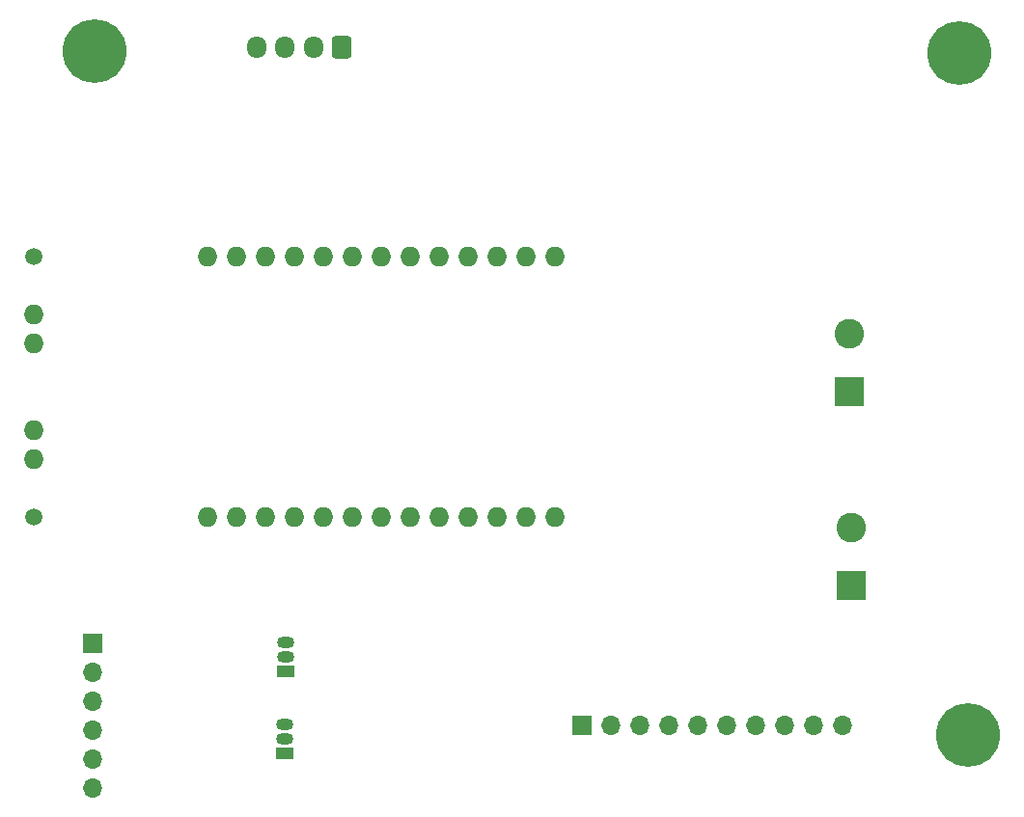
<source format=gbr>
%TF.GenerationSoftware,KiCad,Pcbnew,8.0.6*%
%TF.CreationDate,2025-02-09T15:22:34+01:00*%
%TF.ProjectId,BaseBoard,42617365-426f-4617-9264-2e6b69636164,rev?*%
%TF.SameCoordinates,Original*%
%TF.FileFunction,Soldermask,Bot*%
%TF.FilePolarity,Negative*%
%FSLAX46Y46*%
G04 Gerber Fmt 4.6, Leading zero omitted, Abs format (unit mm)*
G04 Created by KiCad (PCBNEW 8.0.6) date 2025-02-09 15:22:34*
%MOMM*%
%LPD*%
G01*
G04 APERTURE LIST*
G04 Aperture macros list*
%AMRoundRect*
0 Rectangle with rounded corners*
0 $1 Rounding radius*
0 $2 $3 $4 $5 $6 $7 $8 $9 X,Y pos of 4 corners*
0 Add a 4 corners polygon primitive as box body*
4,1,4,$2,$3,$4,$5,$6,$7,$8,$9,$2,$3,0*
0 Add four circle primitives for the rounded corners*
1,1,$1+$1,$2,$3*
1,1,$1+$1,$4,$5*
1,1,$1+$1,$6,$7*
1,1,$1+$1,$8,$9*
0 Add four rect primitives between the rounded corners*
20,1,$1+$1,$2,$3,$4,$5,0*
20,1,$1+$1,$4,$5,$6,$7,0*
20,1,$1+$1,$6,$7,$8,$9,0*
20,1,$1+$1,$8,$9,$2,$3,0*%
G04 Aperture macros list end*
%ADD10RoundRect,0.250000X0.600000X0.725000X-0.600000X0.725000X-0.600000X-0.725000X0.600000X-0.725000X0*%
%ADD11O,1.700000X1.950000*%
%ADD12C,5.600000*%
%ADD13R,1.500000X1.050000*%
%ADD14O,1.500000X1.050000*%
%ADD15R,2.600000X2.600000*%
%ADD16C,2.600000*%
%ADD17R,1.700000X1.700000*%
%ADD18O,1.700000X1.700000*%
%ADD19C,1.500000*%
%ADD20O,1.727200X1.727200*%
G04 APERTURE END LIST*
D10*
%TO.C,J3*%
X129550000Y-65050000D03*
D11*
X127050000Y-65050000D03*
X124550000Y-65050000D03*
X122050000Y-65050000D03*
%TD*%
D12*
%TO.C,H3*%
X184450000Y-125400000D03*
%TD*%
D13*
%TO.C,Q1*%
X124610000Y-119870000D03*
D14*
X124610000Y-118600000D03*
X124610000Y-117330000D03*
%TD*%
D15*
%TO.C,J1*%
X174250000Y-112280000D03*
D16*
X174250000Y-107200000D03*
%TD*%
D12*
%TO.C,H1*%
X107850000Y-65400000D03*
%TD*%
D17*
%TO.C,J4*%
X150580000Y-124550000D03*
D18*
X153120000Y-124550000D03*
X155660000Y-124550000D03*
X158200000Y-124550000D03*
X160740000Y-124550000D03*
X163280000Y-124550000D03*
X165820000Y-124550000D03*
X168360000Y-124550000D03*
X170900000Y-124550000D03*
X173440000Y-124550000D03*
%TD*%
D15*
%TO.C,J5*%
X174100000Y-95280000D03*
D16*
X174100000Y-90200000D03*
%TD*%
D13*
%TO.C,Q2*%
X124560000Y-127070000D03*
D14*
X124560000Y-125800000D03*
X124560000Y-124530000D03*
%TD*%
D12*
%TO.C,H2*%
X183700000Y-65550000D03*
%TD*%
D17*
%TO.C,J2*%
X107650000Y-117360000D03*
D18*
X107650000Y-119900000D03*
X107650000Y-122440000D03*
X107650000Y-124980000D03*
X107650000Y-127520000D03*
X107650000Y-130060000D03*
%TD*%
D19*
%TO.C,U1*%
X102560000Y-83400000D03*
X102560000Y-106260000D03*
D20*
X117800000Y-83400000D03*
X120340000Y-83400000D03*
X122880000Y-83400000D03*
X125420000Y-83400000D03*
X127960000Y-83400000D03*
X130500000Y-83400000D03*
X133040000Y-83400000D03*
X135580000Y-83400000D03*
X138120000Y-83400000D03*
X140660000Y-83400000D03*
X143200000Y-83400000D03*
X145740000Y-83400000D03*
X148280000Y-83400000D03*
X117800000Y-106260000D03*
X120340000Y-106260000D03*
X122880000Y-106260000D03*
X125420000Y-106260000D03*
X127960000Y-106260000D03*
X130500000Y-106260000D03*
X133040000Y-106260000D03*
X135580000Y-106260000D03*
X138120000Y-106260000D03*
X140660000Y-106260000D03*
X143200000Y-106260000D03*
X145740000Y-106260000D03*
X148280000Y-106260000D03*
X102560000Y-88480000D03*
X102560000Y-91020000D03*
X102560000Y-98640000D03*
X102560000Y-101180000D03*
%TD*%
M02*

</source>
